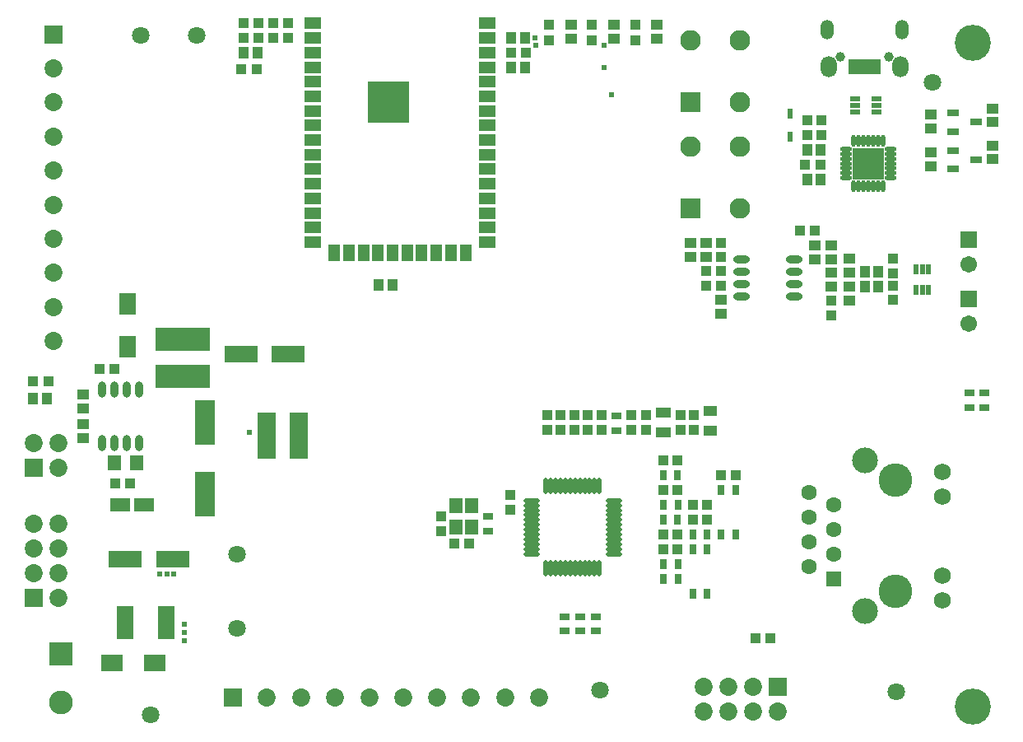
<source format=gts>
%FSTAX23Y23*%
%MOIN*%
%SFA1B1*%

%IPPOS*%
%ADD53C,0.071000*%
%ADD54R,0.060800X0.039500*%
%ADD55R,0.023700X0.039500*%
%ADD56R,0.039500X0.045400*%
%ADD57R,0.165500X0.165500*%
%ADD58R,0.067100X0.047400*%
%ADD59R,0.047400X0.067100*%
%ADD60R,0.039500X0.039500*%
%ADD61R,0.025700X0.059200*%
%ADD62R,0.029700X0.043400*%
%ADD63R,0.043400X0.029700*%
%ADD64R,0.039500X0.039500*%
%ADD65R,0.224500X0.092600*%
%ADD66R,0.132000X0.071000*%
%ADD67R,0.076900X0.185200*%
%ADD68R,0.078900X0.181200*%
%ADD69R,0.084800X0.057200*%
%ADD70R,0.069000X0.134400*%
%ADD71R,0.057200X0.039500*%
%ADD72O,0.031600X0.065100*%
%ADD73R,0.045400X0.039500*%
%ADD74O,0.067100X0.031600*%
%ADD75O,0.065100X0.019800*%
%ADD76O,0.019800X0.065100*%
%ADD77R,0.047400X0.031600*%
%ADD78R,0.069000X0.090700*%
%ADD79R,0.058000X0.063000*%
%ADD80R,0.090700X0.069000*%
%ADD81O,0.049300X0.017800*%
%ADD82O,0.017800X0.049300*%
%ADD83R,0.131200X0.131200*%
%ADD84R,0.039500X0.023700*%
%ADD85R,0.053300X0.063100*%
%ADD86R,0.063000X0.063000*%
%ADD87C,0.063000*%
%ADD88C,0.068200*%
%ADD89C,0.136000*%
%ADD90C,0.104300*%
%ADD91R,0.096600X0.096600*%
%ADD92C,0.096600*%
%ADD93C,0.073000*%
%ADD94R,0.073000X0.073000*%
%ADD95R,0.073000X0.073000*%
%ADD96O,0.065100X0.086700*%
%ADD97O,0.053300X0.078900*%
%ADD98C,0.039500*%
%ADD99C,0.146000*%
%ADD100C,0.083000*%
%ADD101R,0.083000X0.083000*%
%ADD102R,0.067100X0.067100*%
%ADD103C,0.067100*%
%ADD104C,0.023700*%
%ADD105C,0.027700*%
%LNv1.0-1*%
%LPD*%
G54D53*
X01485Y0216D03*
X01445Y0491D03*
X0167D03*
X01835Y0251D03*
X04505Y02255D03*
X01835Y0281D03*
X03305Y0226D03*
X0465Y0472D03*
G54D54*
X0356Y03385D03*
Y03304D03*
G54D55*
X04584Y03965D03*
X0461D03*
X04635D03*
Y03881D03*
X04584D03*
X0461D03*
X04076Y04593D03*
Y04502D03*
G54D56*
X02409Y039D03*
X02465D03*
X03Y049D03*
X02945D03*
X01862Y0484D03*
X01917D03*
X03Y0478D03*
X02945D03*
X04377Y03893D03*
X04432D03*
X04377Y03953D03*
X04432D03*
X04144Y04447D03*
X04199D03*
X04144Y04327D03*
X04199D03*
X01009Y03439D03*
X01065D03*
G54D57*
X02447Y04642D03*
G54D58*
X02849Y0496D03*
X0214D03*
Y049D03*
Y04841D03*
Y04782D03*
Y04723D03*
Y04664D03*
Y04605D03*
Y04546D03*
Y04487D03*
Y04428D03*
Y04369D03*
Y0431D03*
Y04251D03*
Y04192D03*
Y04133D03*
Y04074D03*
X02849Y049D03*
Y04841D03*
Y04782D03*
Y04723D03*
Y04664D03*
Y04605D03*
Y04546D03*
Y04487D03*
Y04428D03*
Y04369D03*
Y0431D03*
Y04251D03*
Y04192D03*
Y04133D03*
Y04074D03*
G54D59*
X02229Y0403D03*
X02288D03*
X02347D03*
X02406D03*
X0276D03*
X02701D03*
X02642D03*
X02583D03*
X02524D03*
X02465D03*
G54D60*
X03795Y0313D03*
X03855D03*
X03739Y0295D03*
X0368D03*
X03619Y0319D03*
X0356D03*
X03619Y0283D03*
X0356D03*
X03935Y0247D03*
X03995D03*
X01853Y04775D03*
X01916D03*
X03004Y0484D03*
X02945D03*
X04115Y0412D03*
X04174D03*
X03619Y0289D03*
X0356D03*
X03619Y0307D03*
X0356D03*
X03739Y0301D03*
X0368D03*
X02716Y02855D03*
X02775D03*
X04199Y04387D03*
X04136D03*
X01338Y0356D03*
X01279D03*
X01401Y03096D03*
X01342D03*
X01007Y0351D03*
X0107D03*
G54D61*
X04325Y04783D03*
X04351D03*
X04376D03*
X04402D03*
X04427D03*
G54D62*
X0356Y0301D03*
X0362D03*
X0356Y0295D03*
X03619D03*
X0368Y0289D03*
X03739D03*
X0356Y0277D03*
X0362D03*
X0356Y0271D03*
X0362D03*
X03619Y0313D03*
X0356D03*
X03854Y0307D03*
X03795D03*
X03854Y0289D03*
X03795D03*
X03739Y0283D03*
X0368D03*
X03739Y0265D03*
X0368D03*
G54D63*
X03288Y02558D03*
Y02499D03*
X03224Y02558D03*
Y02499D03*
X03161Y02558D03*
Y02499D03*
X0285Y02964D03*
Y02905D03*
X0337Y0331D03*
Y03369D03*
X0486Y03464D03*
Y03405D03*
X048D03*
Y03464D03*
G54D64*
X03255Y03374D03*
Y03315D03*
X032Y03374D03*
Y03315D03*
X0309Y03315D03*
Y03374D03*
X0294Y03049D03*
Y0299D03*
X0204Y04959D03*
Y049D03*
X0186Y04959D03*
Y049D03*
X0192Y04959D03*
Y049D03*
X0198Y04959D03*
Y049D03*
X03795Y03957D03*
Y03898D03*
X03735Y03957D03*
Y03898D03*
X0424Y03778D03*
Y03837D03*
X0449Y03839D03*
Y03898D03*
X03795Y04072D03*
Y04013D03*
X0449Y04007D03*
Y03948D03*
X0331Y03315D03*
Y03374D03*
X03685D03*
Y03315D03*
X0266Y02905D03*
Y02964D03*
X0363Y03373D03*
Y03314D03*
X0349Y03374D03*
Y03315D03*
X0343Y03374D03*
Y03315D03*
X03145Y03374D03*
Y03315D03*
X03099Y04953D03*
Y0489D03*
X03273Y04953D03*
Y0489D03*
X03447Y04953D03*
Y0489D03*
X04201Y04567D03*
Y04507D03*
X04146Y04567D03*
Y04507D03*
G54D65*
X01615Y0368D03*
Y03529D03*
G54D66*
X0185Y0362D03*
X02042D03*
X01576Y0279D03*
X01383D03*
G54D67*
X02084Y0329D03*
X01956D03*
G54D68*
X01705Y03345D03*
Y03054D03*
G54D69*
X01361Y0301D03*
X01458D03*
G54D70*
X01382Y02535D03*
X01547D03*
G54D71*
X0375Y03389D03*
Y0331D03*
G54D72*
X01288Y03262D03*
X01338D03*
X01388D03*
X01438D03*
X01288Y03477D03*
X01338D03*
X01388D03*
X01438D03*
G54D73*
X0367Y04071D03*
Y04015D03*
X03735Y04071D03*
Y04015D03*
X03795Y03785D03*
Y03841D03*
X04175Y04005D03*
Y04061D03*
X04315Y03893D03*
Y03838D03*
Y04006D03*
Y0395D03*
X0424Y04005D03*
Y04061D03*
Y03895D03*
Y03951D03*
X04896Y0456D03*
Y04615D03*
Y0441D03*
Y04465D03*
X04646Y04535D03*
Y0459D03*
Y04382D03*
Y04438D03*
X03189Y04898D03*
Y04953D03*
X03363Y04898D03*
Y04953D03*
X03536Y04898D03*
Y04953D03*
X0121Y03282D03*
Y03337D03*
Y03402D03*
Y03457D03*
G54D74*
X03878Y03953D03*
Y04003D03*
Y03903D03*
Y03853D03*
X04091Y04003D03*
Y03953D03*
Y03903D03*
Y03853D03*
G54D75*
X03361Y02811D03*
Y02831D03*
Y02851D03*
Y0287D03*
Y0289D03*
Y0291D03*
Y02929D03*
Y02949D03*
Y02969D03*
Y02988D03*
Y03008D03*
Y03028D03*
X03028D03*
Y03008D03*
Y02988D03*
Y02969D03*
Y02949D03*
Y02929D03*
Y0291D03*
Y0289D03*
Y0287D03*
Y02851D03*
Y02831D03*
Y02811D03*
G54D76*
X03303Y03086D03*
X03283D03*
X03263D03*
X03244D03*
X03224D03*
X03204D03*
X03185D03*
X03165D03*
X03145D03*
X03126D03*
X03106D03*
X03086D03*
Y02753D03*
X03106D03*
X03126D03*
X03145D03*
X03165D03*
X03185D03*
X03204D03*
X03224D03*
X03244D03*
X03263D03*
X03283D03*
X03303D03*
G54D77*
X04829Y04559D03*
X04735Y04522D03*
Y04597D03*
X04828Y04407D03*
X04734Y0437D03*
Y04445D03*
G54D78*
X0139Y03823D03*
Y0365D03*
G54D79*
X01428Y0318D03*
X01338D03*
G54D80*
X01501Y0237D03*
X01328D03*
G54D81*
X04482Y04452D03*
Y04432D03*
Y04412D03*
Y04392D03*
Y04373D03*
Y04353D03*
Y04333D03*
X04301D03*
Y04353D03*
Y04373D03*
Y04392D03*
Y04412D03*
Y04432D03*
Y04452D03*
G54D82*
X04451Y04302D03*
X04431D03*
X04411D03*
X04392D03*
X04372D03*
X04352D03*
X04332D03*
Y04483D03*
X04352D03*
X04372D03*
X04392D03*
X04431D03*
X04451D03*
X04411D03*
G54D83*
X04392Y04392D03*
G54D84*
X04424Y04653D03*
Y04627D03*
Y04602D03*
X04339D03*
Y04653D03*
Y04627D03*
G54D85*
X02723Y0292D03*
X02786Y03007D03*
Y0292D03*
X02723Y03007D03*
G54D86*
X0425Y02709D03*
G54D87*
X0415Y02759D03*
X0425Y02809D03*
X0415Y02859D03*
X0425Y02909D03*
X0415Y02959D03*
X0425Y03009D03*
X0415Y03059D03*
G54D88*
X04692Y02624D03*
Y02724D03*
Y03145D03*
Y03045D03*
G54D89*
X045Y0311D03*
Y0266D03*
G54D90*
X04379Y03189D03*
Y0258D03*
G54D91*
X0112Y02408D03*
G54D92*
X0112Y02211D03*
G54D93*
X0111Y0326D03*
X0101D03*
X0111Y0316D03*
Y02735D03*
X0101D03*
X0111Y02635D03*
X0101Y02835D03*
Y02935D03*
X0111Y02835D03*
Y02935D03*
X03725Y02175D03*
X03825D03*
X03725Y02275D03*
X03825D03*
X04025Y02175D03*
X03925Y02275D03*
Y02175D03*
X0109Y03674D03*
Y03812D03*
Y0395D03*
Y04363D03*
Y04776D03*
Y04639D03*
Y04501D03*
Y04225D03*
Y04087D03*
X02645Y0223D03*
X02507D03*
X02232D03*
X02094D03*
X01956D03*
X0237D03*
X02783D03*
X02921D03*
X03059D03*
G54D94*
X0101Y0316D03*
Y02635D03*
X0109Y04914D03*
G54D95*
X04025Y02275D03*
X01818Y0223D03*
G54D96*
X04523Y04783D03*
X0423D03*
G54D97*
X04529Y04933D03*
X04224D03*
G54D98*
X04278Y04825D03*
X04475D03*
G54D99*
X04815Y02195D03*
Y0488D03*
G54D100*
X0387Y0464D03*
X0367Y0489D03*
X0387D03*
Y0421D03*
X0367Y0446D03*
X0387D03*
G54D101*
X0367Y0464D03*
Y0421D03*
G54D102*
X04798Y03843D03*
Y04083D03*
G54D103*
X04798Y03743D03*
Y03983D03*
G54D104*
X01885Y03305D03*
X0335Y0467D03*
X01522Y02731D03*
X01577D03*
X0162Y0246D03*
X01621Y02527D03*
X0162Y02495D03*
X0155Y02731D03*
X0332Y0487D03*
Y0478D03*
X03045Y0487D03*
X0304Y049D03*
G54D105*
X04435Y04349D03*
X04348D03*
X04435Y04436D03*
Y04392D03*
X04348Y04436D03*
Y04392D03*
X04392Y04349D03*
Y04436D03*
Y04392D03*
M02*
</source>
